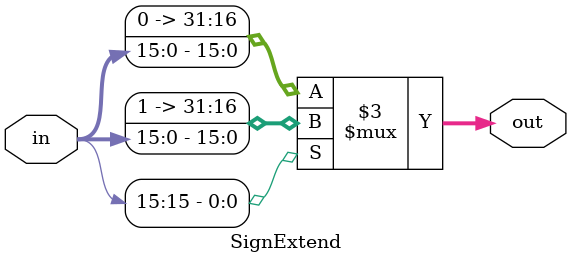
<source format=v>
module cpu(clk, rst, MEM_WRITE);

input clk,rst;
output wire[31:0] MEM_WRITE;
wire [31:0] nextPC, readPC, PCPlus4IF, PCPlus4ID, PCPlus4EX;
wire[31:0] branchAddress;
wire[31:0] instructionIF, instructionID;
wire[31:0] registerData1ID, registerData2ID, registerData1EX, registerData2EX;
wire[31:0] signExtendOutID, signExtendOutEX;
wire[31:0] shiftOut;
wire[3:0] ALUOpID, ALUOpEX;
wire[9:0] controlSignalsID;
wire[4:0] rsEX ,rtEX ,rdEX;
wire[31:0] ALUData1, ALUData2;
wire[31:0] ALUData2Mux_1Out;
wire[4:0] regDstMuxOut;
wire[31:0] ALU_OUT, ALUResultMEM, ALUResultWB;
wire[4:0] writeRegMEM, writeRegWB;
wire[1:0] upperMux_sel, lowerMux_sel;
wire[1:0] cmp_mux_sel_1,cmp_mux_sel_2;
wire[31:0] cmp_mux_out_1, cmp_mux_out_2;
wire[31:0] MEM_READ, MEM_WB_READ;
wire[31:0] regWriteDataMEM;
wire[3:0] ALUControl;
wire RegWriteWB;


PC PCRegister(nextPC ,rst , clk, holdPC,readPC);
InstructionMemory instructionMemory(clk, readPC, instructionIF);
Adder PCAdder(PCPlus4IF ,readPC, 32'h00000004);
Mux2x1_NBits #(32)nextPCMux(nextPC, PCPlus4IF, branchAddress, PCMuxSel);
and branchAndComparator(PCMuxSel, equalFlag, branchID);
IF_ID_reg IF_ID(clk, PCPlus4IF, instructionIF,holdIF_ID,PCMuxSel,instructionID, PCPlus4ID);


//ID_Stage
ControlUnit controlUnit(instructionID[31:26],rst,RegDstID,branchID,MemReadID,MemtoRegID,ALUOpID,MemWriteID,ALUSrcID,RegWriteID);
RegisterFile regiterFile(clk,rst,instructionID[25:21], instructionID[20:16], writeRegWB, regWriteDataMEM, RegWriteWB,  registerData1ID, registerData2ID);
Mux3x1_NBits #(32) comparatorMux1(cmp_mux_out_1, registerData1ID, ALUResultMEM, regWriteDataMEM, cmp_mux_sel_1);
Mux3x1_NBits #(32) comparatorMux2(cmp_mux_out_2, registerData2ID, ALUResultMEM, regWriteDataMEM, cmp_mux_sel_2);
Comparator comparator(cmp_mux_out_1, cmp_mux_out_2, equalFlag);
SignExtend signExtend(instructionID[15:0], signExtendOutID);
ShiftLeft2 shiftLeft2(shiftOut, signExtendOutID);
Adder branchAdder(branchAddress, shiftOut, PCPlus4ID);
HazardDetectionUnit hazardUnit(MemReadEX, MemReadMEM, rtEX, instructionID, holdPC, holdIF_ID, hazardMuxSelector);
Mux2x1_NBits #(10) ID_EXRegMux(controlSignalsID, {RegWriteID, MemtoRegID, MemWriteID, MemReadID, ALUSrcID, ALUOpID, RegDstID}
			,10'b0000000000, hazardMuxSelector);
ID_EX_reg ID_EX(clk,RegWriteID, MemtoRegID, MemWriteID, MemReadID, ALUSrcID, ALUOpID, RegDstID, PCPlus4ID,registerData1ID ,registerData2ID
		,signExtendOutID,instructionID[25:11],PCPlus4EX ,registerData1EX ,registerData2EX ,signExtendOutEX ,rsEX ,rtEX ,rdEX
		,RegWriteEX,MemtoRegEX,MemWriteEX, MemReadEX,ALUSrcEX, ALUOpEX, RegDstEX);


//EX_Stage
Mux3x1_NBits #(32) ALUData1Mux(ALUData1, registerData1EX, regWriteDataMEM, ALUResultMEM, upperMux_sel);
Mux3x1_NBits #(32) ALUData2Mux_1(ALUData2Mux_1Out, registerData2EX, regWriteDataMEM, ALUResultMEM, lowerMux_sel);
Mux2x1_NBits #(32) ALUData2Mux_2(ALUData2, ALUData2Mux_1Out, signExtendOutEX, ALUSrcEX);
ALUControl AluControl(ALUOpEX, signExtendOutEX[5:0],ALUControl);
ALU alu(clk,rst,ALUData1, ALUData2, ALUControl, signExtendOutEX[10:6], overFlow, zero, ALU_OUT);
Mux2x1_NBits #(5) regDstMux(regDstMuxOut, rtEX, rdEX, RegDstEX);
EX_Mem_reg EX_MEM(clk, RegWriteEX, MemtoRegEX, MemWriteEX, MemReadEX, ALU_OUT, ALUData2Mux_1Out
		,regDstMuxOut, RegWriteMEM, MemtoRegMEM, MemWriteMEM, MemReadMEM, ALUResultMEM, MEM_WRITE, writeRegMEM);
ForwardingUnit forwardingUnit(RegWriteMEM, writeRegMEM, RegWriteWB, writeRegWB, rsEX, rtEX
				,upperMux_sel,lowerMux_sel, cmp_mux_sel_1,cmp_mux_sel_2);


//MEM_Stage
DataMemory dataMemory(clk,MemWriteMEM, MemReadMEM, ALUResultMEM, MEM_WRITE,MEM_READ);
Mem_Wb_reg MEM_WB( clk,RegWriteMEM, MemtoRegMEM, ALUResultMEM, MEM_READ, writeRegMEM, RegWriteWB, MemtoRegWB,MEM_WB_READ
		,ALUResultWB, writeRegWB);


//WB_Stage
Mux2x1_NBits #(32) writeBackMux(regWriteDataMEM, ALUResultWB, MEM_WB_READ, MemtoRegWB);

endmodule


module Adder (o_res ,i_a, i_b);

input wire signed [31:0] i_a, i_b;
output wire [31:0] o_res;

assign o_res = i_a + i_b;

endmodule


module ALU(clk,rst,i_data1, i_data2, i_ALUControl, i_shiftAmount, o_overFlow, o_zero, o_ALUResult);

input wire rst,clk;
input wire signed [31:0] i_data1,i_data2;
input wire [3:0] i_ALUControl;
input wire [4:0] i_shiftAmount;
output  reg o_overFlow, o_zero;
output reg signed [31:0] o_ALUResult;


reg overFlow,zero;
reg signed [31:0] ALUResult;

always @(posedge clk)
begin
	o_overFlow <= overFlow;
	o_zero <= zero;
	o_ALUResult <= ALUResult;
end

wire [31:0] w_neg_data2;
assign w_neg_data2 = -i_data2;

parameter ADD = 4'b0000;
parameter SUB = 4'b0001;
parameter AND = 4'b0010;
parameter OR = 4'b0011;
parameter SHFT_L = 4'b0100;
parameter SHFT_R_L = 4'b0101;
parameter SHFT_R_A = 4'b0110;
parameter GREATER = 4'b0111;
parameter LESS = 4'b1000;
parameter NOR = 4'b1001;


always @(i_ALUControl, i_data1, i_data2,rst)
begin

if(rst)
zero = 1'b0;

else if(i_data1 == i_data2)
zero = 1'b1;

else
zero = 1'b0;

case(i_ALUControl)

ADD: 
	begin	
	
	ALUResult = i_data1 + i_data2;
	
	if(i_data1[31] == i_data2[31] && ALUResult[31] == ~i_data1[31])
	overFlow = 1'b1;
	
	else
	overFlow = 1'b0;
	
	end

SUB:
	begin
	
	ALUResult = i_data1 + w_neg_data2;
	
	if(i_data1[31] == w_neg_data2[31] && ALUResult[31] == ~i_data1[31])
	overFlow = 1'b1;
	
	else
	overFlow = 1'b0;
	
	end
	
AND:
	ALUResult = i_data1 & i_data2;

OR:
	ALUResult = i_data1 | i_data2;
	
SHFT_L:
	ALUResult = i_data1 << i_shiftAmount;

SHFT_R_L:
	ALUResult = i_data1 >> i_shiftAmount;

SHFT_R_A:
	ALUResult = i_data1 >>> i_shiftAmount;

GREATER:
	begin
	
	if(i_data1 > i_data2)
	ALUResult = 1;
	
	else
	ALUResult = 0;
	
	end

LESS:
	begin
	if(i_data1 < i_data2)
	ALUResult = 1;
	
	else
	ALUResult = 0;
	
	end

NOR:
	ALUResult = ~(i_data1 | i_data2);

endcase

end

endmodule


module ALUControl(i_ALUOp, i_funct, o_ALUControl);

input [3:0] i_ALUOp;
input [5:0] i_funct;
output [3:0] o_ALUControl;

assign o_ALUControl = 	((i_ALUOp == 4'b0000) ? 4'b0000:
								(i_ALUOp == 4'b0001) ? 4'b0001:
								(i_ALUOp == 4'b0011) ? 4'b0010:
								(i_ALUOp == 4'b0100) ? 4'b0011:
								(i_ALUOp == 4'b0101) ? 4'b1000:
								(i_ALUOp == 4'b0010) ? 
								
								((i_funct == 6'b100000) ? 4'b0000:
								(i_funct == 6'b100010) ? 4'b0001:
								(i_funct == 6'b100100) ? 4'b0010:
								(i_funct == 6'b100101) ? 4'b0011:
								(i_funct == 6'b100111) ? 4'b1001:
								(i_funct == 6'b101010) ? 4'b1000:
								(i_funct == 6'b000000) ? 4'b0100:
								(i_funct == 6'b000010) ? 4'b0101 : 4'bxxxx): 4'bxxxx);

endmodule


module Comparator(i_a ,i_b ,o_equal);

input [31:0]  i_a;
input [31:0]  i_b;
output o_equal;

assign o_equal = (i_a == i_b) ? 1'b1 : 1'b0;

endmodule

module ControlUnit (i_opcode,rst,o_RegDst,o_branch,o_Memread,o_MemtoReg,
							o_ALUop,o_MemWrite,o_AluSrc,o_RegWrite);
  
  input [5:0] i_opcode;
  input rst;
  output reg o_RegDst,o_branch,o_Memread,o_MemtoReg,o_MemWrite,o_AluSrc,o_RegWrite;
  output reg [3:0] o_ALUop;
  
  
  parameter R_type=6'b000000;
  parameter lw=6'b100011;
  parameter sw=6'b101011;
  parameter beq=6'b000100;
  parameter addi = 6'b001000; 
  parameter andi = 6'b001100; 
  parameter ori = 6'b001101;
  parameter slti = 6'b001010;

  always@(i_opcode,rst)
    begin
	 
		if(rst)
		begin
			o_RegDst = 1'b0;
			o_branch = 1'b0;
			o_Memread = 1'b0;
			o_MemtoReg = 1'b0;
			o_ALUop = 4'b0000;
			o_MemWrite = 1'b0;
			o_AluSrc = 1'b0;
			o_RegWrite = 1'b0;
		end
		
      case (i_opcode)

        R_type:           

          begin
          o_RegDst=1 ;
          o_branch=0 ;
          o_Memread=0 ;
          o_MemtoReg=0 ;
          o_MemWrite=0 ;
          o_AluSrc=0 ;
          o_RegWrite=1 ;
          o_ALUop=4'b0010 ;
          end
          
          
        
        lw:           

          begin
          o_RegDst=0 ;
          o_branch=0 ;
          o_Memread=1 ;
          o_MemtoReg=1 ;
          o_MemWrite=0 ;
          o_AluSrc=1 ;
          o_RegWrite=1 ;
          o_ALUop=4'b0000 ;
          end
         
        
        sw:           

          begin
          //o_RegDst=1'bx ;
          o_branch=0 ;
          o_Memread=0 ;
          o_MemtoReg=0 ;
          o_MemWrite=1 ;
          o_AluSrc=1 ;
          o_RegWrite=0 ;
          o_ALUop=4'b0000 ;
          end
          
        beq:           

          begin
          //o_RegDst=1'bx ;
          o_branch= 1;
          o_Memread=0 ;
          o_MemtoReg=0 ;
          o_MemWrite=0 ;
          o_AluSrc=0 ;
          o_RegWrite=0 ;
          o_ALUop=4'b0001 ;
          end

	addi:           

          begin
          o_RegDst=0 ;
          o_branch=0 ;
          o_Memread=0 ;
          o_MemtoReg=0 ;
          o_MemWrite=0 ;
          o_AluSrc=1 ;
          o_RegWrite=1 ;
          o_ALUop=4'b0000 ;
          end

	andi:           

          begin
          o_RegDst=0 ;
          o_branch=0 ;
          o_Memread=0 ;
          o_MemtoReg=0 ;
          o_MemWrite=0 ;
          o_AluSrc=1 ;
          o_RegWrite=1 ;
          o_ALUop=4'b0011 ;
          end

	ori:           

          begin
          o_RegDst=0 ;
          o_branch=0 ;
          o_Memread=0 ;
          o_MemtoReg=0 ;
          o_MemWrite=0 ;
          o_AluSrc=1 ;
          o_RegWrite=1 ;
          o_ALUop=4'b0100 ;
          end

	slti:           

          begin
          o_RegDst=0 ;
          o_branch=0 ;
          o_Memread=0 ;
          o_MemtoReg=0 ;
          o_MemWrite=0 ;
          o_AluSrc=1 ;
          o_RegWrite=1 ;
          o_ALUop=4'b0101 ;
          end
			 
	default :
			 begin
			 o_RegDst = 1'b0;
			 o_branch = 1'b0;
			 o_Memread = 1'b0;
			 o_MemtoReg = 1'b0;
			 o_ALUop = 4'b0000;
			 o_MemWrite = 1'b0;
			 o_AluSrc = 1'b0;
			 o_RegWrite = 1'b0;
			 end
		
      endcase
      
    end
  
  
endmodule

module DataMemory (clk,i_MemWrite,i_Memread,i_address,i_writeData,o_readData);


input i_MemWrite,i_Memread,clk;
input [31:0] i_address,i_writeData;
output [31:0] o_readData;
  
reg [31:0] readData;
reg[31:0] memory [0:31];

assign o_readData = readData;
always@(negedge clk) // writing in the first half of the cycle.
begin
   if(i_MemWrite==1)
      memory[i_address]<=i_writeData;
end
  
always@(posedge clk)
begin
  if(i_Memread==1)
     readData <= memory[i_address];
end

endmodule

module EX_Mem_reg (clk,i_RegWrite, i_MemtoReg,i_MemWrite, 
						i_MemRead,i_ALUresult,i_writedata,i_writeReg,o_RegWriteOut, o_MemtoRegOut,o_MemWriteOut,
						o_MemReadOut,o_ALUresultOut,o_writedataOut,o_writeRegOut);
  
input clk;
input i_RegWrite, i_MemtoReg;
input i_MemWrite, i_MemRead; 
input [31:0] i_ALUresult,i_writedata;
input [4:0] i_writeReg;
output reg o_RegWriteOut, o_MemtoRegOut ,o_MemWriteOut, o_MemReadOut;
output reg [31:0] o_ALUresultOut,o_writedataOut;
output reg [4:0] o_writeRegOut;
  
always@(negedge clk)
begin
    o_RegWriteOut <= i_RegWrite;
    o_MemtoRegOut <= i_MemtoReg;
    o_MemWriteOut <= i_MemWrite;
    o_MemReadOut <= i_MemRead;
    o_ALUresultOut <= i_ALUresult;
    o_writedataOut <= i_writedata;
    o_writeRegOut <= i_writeReg;
      
end
  
endmodule


module ForwardingUnit(i_EX_MemRegwrite,i_EX_MemWriteReg,i_Mem_WbRegwrite,
							 i_Mem_WbWriteReg,i_ID_Ex_Rs,i_ID_Ex_Rt,
							 o_upperMux_sel,o_lowerMux_sel, o_cmp_mux_sel_1,o_cmp_mux_sel_2);
  
input i_EX_MemRegwrite, i_Mem_WbRegwrite;
input [4:0] i_EX_MemWriteReg , i_Mem_WbWriteReg, i_ID_Ex_Rs, i_ID_Ex_Rt;
output reg [1:0] o_upperMux_sel, o_lowerMux_sel;
output reg [1:0] o_cmp_mux_sel_1,o_cmp_mux_sel_2; 

always@(*)

begin
if(i_EX_MemRegwrite && i_EX_MemWriteReg)  //forwarding from ALU to ALU & from ALU to ID stage
begin
 if (i_EX_MemWriteReg==i_ID_Ex_Rs)
	begin
	
	o_upperMux_sel=2'b10;
	o_cmp_mux_sel_1=2'b01;
	end
 else //no forwarding
 begin
 o_upperMux_sel=2'b00;
 o_cmp_mux_sel_1=2'b00;
 end
	
 if(i_EX_MemWriteReg==i_ID_Ex_Rt)
	  begin
	o_lowerMux_sel=2'b10;
	o_cmp_mux_sel_2=2'b01;
	  end
 else //no forwarding
 begin
 o_lowerMux_sel=2'b00;
 o_cmp_mux_sel_2=2'b00;
 end
	
end

else if (i_Mem_WbRegwrite && i_Mem_WbWriteReg) //forwarding from Mem stage to ALU & from Mem stage to ID stage including double data hazard
begin
 if ((i_Mem_WbWriteReg==i_ID_Ex_Rs) && (i_EX_MemWriteReg!=i_ID_Ex_Rs))
	begin
	o_upperMux_sel=2'b01;
	o_cmp_mux_sel_1=2'b10;
	end
 else //no forwarding
 begin
 o_upperMux_sel=2'b00;
 o_cmp_mux_sel_1=2'b00;
 end
	

	
 if((i_Mem_WbWriteReg==i_ID_Ex_Rt) && (i_EX_MemWriteReg!=i_ID_Ex_Rt) )
 begin
	o_lowerMux_sel=2'b01;
	o_cmp_mux_sel_2=2'b10;
 end

 else //no forwarding
 begin
 o_lowerMux_sel=2'b00;
 o_cmp_mux_sel_2=2'b00;
 end
 
end

else    //No forwarding
begin
				 o_upperMux_sel=2'b00;
				 o_lowerMux_sel=2'b00;
				 o_cmp_mux_sel_1=2'b00;
				 o_cmp_mux_sel_2=2'b00;

 
end
end

endmodule

module HazardDetectionUnit(i_ID_ExMemRead,i_EX_MemMemRead,i_ID_Ex_Rt,i_IF_ID_Instr,
								o_no_change_pc,o_no_change_IF_ID,o_muxSelector);

input i_ID_ExMemRead,i_EX_MemMemRead;
input [4:0] i_ID_Ex_Rt;
input [31:0] i_IF_ID_Instr;
output reg o_no_change_pc, o_no_change_IF_ID, o_muxSelector;

parameter beqOPcode=6'b000100;

always@(*)
 begin
	if (i_ID_ExMemRead && (o_no_change_pc == 1'b0) && (o_no_change_IF_ID == 1'b0))
	  begin
		 if(i_ID_Ex_Rt==i_IF_ID_Instr[25:21] || i_ID_Ex_Rt==i_IF_ID_Instr[20:15] )
			begin
			  o_no_change_pc=1;
			  o_no_change_IF_ID=1;
			  o_muxSelector=1;
			end
	  end
	else if((i_IF_ID_Instr [31:26]==beqOPcode) && (o_no_change_pc == 1'b0) && (o_no_change_IF_ID == 1'b0))
	  begin
		 o_no_change_pc=1;
		 o_no_change_IF_ID=1;
		 o_muxSelector=1;
	  end
		 
	else
	  begin
		 o_no_change_pc=0;
		 o_no_change_IF_ID=0;
		 o_muxSelector=0;     
	  end    
	
 end


endmodule


module ID_EX_reg (clk,i_RegWrite, i_MemtoReg, i_MemWrite, i_MemRead,i_ALUSrc, i_ALUOp, 
					i_RegDst, i_PCplus4 ,i_ReadData1_in ,i_ReadData2_in,i_SignExtendResult_in,
					i_regAddresss_in ,o_PCplus4out ,o_ReadData1_out ,o_ReadData2_out ,i_SignExtendResult_out, 
					o_rsOut ,o_rtOut ,o_rdOut, o_RegWriteOut,o_MemtoRegOut,o_MemWriteOut, 
					o_MemReadOut,o_ALUSrcOut, o_ALUOpOut, o_RegDstOut);

input wire i_RegWrite, i_MemtoReg;
input wire i_MemWrite, i_MemRead; 
input wire i_ALUSrc, i_RegDst;
input wire [3:0] i_ALUOp;
input wire [31:0] i_PCplus4 ,i_ReadData1_in ,i_ReadData2_in ,i_SignExtendResult_in;
input wire [14:0] i_regAddresss_in;
input wire clk;



output reg o_RegWriteOut, o_MemtoRegOut;
output reg o_MemWriteOut, o_MemReadOut;
output reg o_ALUSrcOut, o_RegDstOut;
output reg [3:0] o_ALUOpOut;
output reg [31:0] o_PCplus4out ,o_ReadData1_out ,o_ReadData2_out ,i_SignExtendResult_out;
output reg [4:0] o_rsOut ,o_rtOut ,o_rdOut;


always @(negedge clk)
 begin
	o_PCplus4out <= i_PCplus4;
	o_ReadData1_out <= i_ReadData1_in;
	o_ReadData2_out <= i_ReadData2_in;
	i_SignExtendResult_out <= i_SignExtendResult_in;
	o_rsOut <= i_regAddresss_in[14:10];
	o_rtOut <= i_regAddresss_in[9:5];
	o_rdOut <= i_regAddresss_in[4:0];
	o_RegWriteOut <= i_RegWrite;
	o_MemtoRegOut <= i_MemtoReg;
	o_MemWriteOut <= i_MemWrite;
	o_MemReadOut <= i_MemRead;
	o_ALUSrcOut <= i_ALUSrc;
	o_ALUOpOut <= i_ALUOp;
	o_RegDstOut <= i_RegDst;
 end

endmodule



module IF_ID_reg(clk, i_PCplus4, i_instrIn, i_no_change, i_IF_flush, o_instrOut, o_PCplus4Out);

input wire [31:0] i_instrIn,i_PCplus4;
input clk ,i_no_change,i_IF_flush;
output reg [31:0] o_instrOut, o_PCplus4Out;

always @(negedge clk)
 begin
	
	if (i_no_change==1'b0) 
	begin	
	
	o_PCplus4Out <= i_PCplus4;	 
	o_instrOut  <= i_instrIn;
		 
	end
	
	else if (i_IF_flush==1'b1)
	begin
	
	o_PCplus4Out <= i_PCplus4; 
	o_instrOut <= 32'b0;
	
	end
	
	
 end

endmodule

module InstructionMemory(clk,i_pc,o_readdata);

input clk;
input  [31:0] i_pc;

reg [31:0] Imemory [0:1023];

output reg [31:0] o_readdata;

//initial 
//begin
//		$readmemh("TEST1.txt",Imemory);
//end


always @ (posedge clk)
begin	 
	o_readdata <= Imemory[i_pc>>2]; // 32 bit addressable ,memory
end			
		
endmodule	

module Mem_Wb_reg(clk,i_RegWrite, i_MemtoReg,i_ALUresult,
					i_readData,i_writeReg,o_RegWriteOut,o_MemtoRegOut,o_i_readDataOut,o_ALUresultOut,o_ALUresult);

input clk;
input i_RegWrite, i_MemtoReg;
input [4:0] i_writeReg;
input [31:0] i_ALUresult, i_readData;
output reg o_RegWriteOut, o_MemtoRegOut;
output reg [31:0] o_i_readDataOut,o_ALUresultOut;
output reg [4:0] o_ALUresult;

always@(negedge clk)
begin
	o_RegWriteOut <= i_RegWrite;
	o_MemtoRegOut <= i_MemtoReg;
	o_i_readDataOut <= i_readData;
	o_ALUresultOut <= i_ALUresult;
	o_ALUresult <= i_writeReg;
	
end


endmodule

module Mux2x1_NBits(out, in1, in2, i_sel);

parameter LEN = 5; 

input [LEN-1:0] in1, in2;
input i_sel;

output [LEN-1:0] out;

assign out = 	(i_sel == 1'b0) ? in1 :  in2 ;

endmodule

module Mux3x1_NBits(out, in1, in2, in3, i_sel);

parameter LEN = 32;

input [LEN-1:0] in1, in2, in3;
input [1:0] i_sel;

output [LEN-1:0]out;

assign out = (i_sel == 2'b00) ? in1 : (i_sel == 2'b01) ? in2 : (i_sel == 2'b10) ? in3 : 32'd0;

endmodule


module PC (i_nextPC ,rst ,clk, i_no_change_pc, o_outPC);

input wire [31:0] i_nextPC;
input rst , clk, i_no_change_pc;

output reg [31:0] o_outPC;



always @(posedge clk)
begin

  if (rst)
		begin
			o_outPC <= 32'hFFFFFFFC; // +0x4 will result into 0x0.
		end
		
  else if (i_no_change_pc==0) 
	  begin
			o_outPC <= i_nextPC;
	  end
	  
  else
	  begin
			o_outPC <= o_outPC;
	  end
	
end

endmodule

module RegisterFile(clk,rst, i_ReadReg1, i_ReadReg2, i_WriteReg, i_WriteData, i_RegWrite, 
							o_ReadData1, o_ReadData2 );


input [4:0] i_ReadReg1 ,i_ReadReg2 ,i_WriteReg;
input [31:0] i_WriteData;
input i_RegWrite ,clk, rst;


output reg [31:0] o_ReadData1 ,o_ReadData2;

integer k;

reg [31:0] memory[0:31];

always @(posedge clk)

begin

	o_ReadData1 <= memory[i_ReadReg1];
	o_ReadData2 <= memory[i_ReadReg2];

end

always @(negedge clk)
begin

	if(rst)
	begin
		for(k=0;k<32;k=k+1)
		begin
			memory[k] = k;
		end
	end
	
	else if (i_RegWrite == 1)
	begin
		 memory[i_WriteReg] <= i_WriteData;
	end
end

endmodule

module ShiftLeft2(out, in);

input [31:0]in;
output [31:0]out;

assign out = in << 2;

endmodule

module SignExtend(in ,out);

input  [15:0] in;
output [31:0] out;

assign out =  (in[15] == 1)? {16'hffff , in} : {16'h0000 ,in} ;

endmodule

</source>
